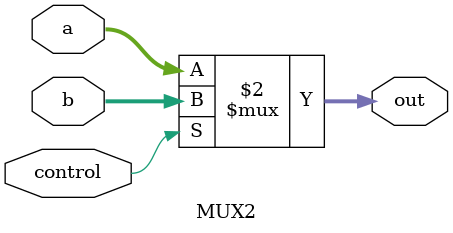
<source format=v>
module MUX2 (
    input   [31:0]  a,
    input   [31:0]  b,
    input           control,
    output  [31:0]  out
);

assign out = (control == 0) ? a : b;

endmodule //MUX2
</source>
